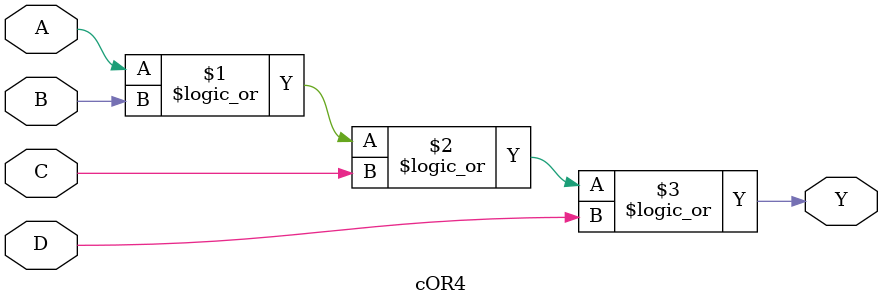
<source format=v>
module cOR4(input wire A, input wire B, input wire C, input wire D, output wire Y);
assign Y = A || B || C || D;
endmodule

</source>
